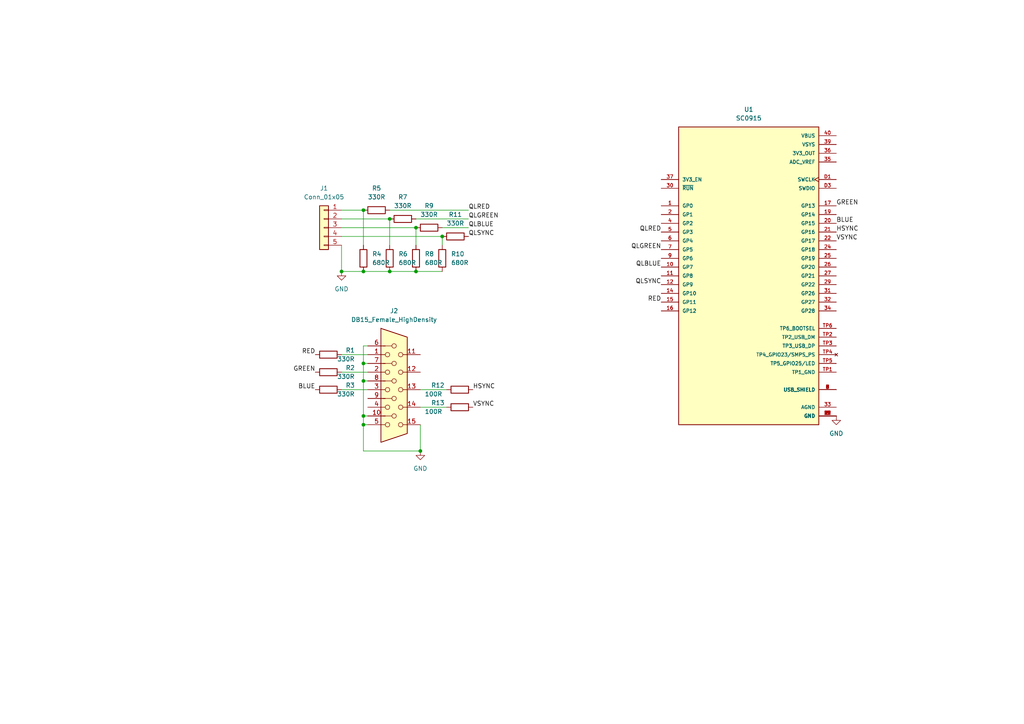
<source format=kicad_sch>
(kicad_sch (version 20211123) (generator eeschema)
  (paper "A4")
  (title_block (date "2023-02-12") (rev "v1.0"))
  (lib_symbols
    (symbol "Connector:DB15_Female_HighDensity" (pin_names (offset 1.016) hide)
      (property "Reference" "J" (at 0 21.59 0))
      (property "Value" "DB15_Female_HighDensity" (at 0 19.05 0))
      (symbol "DB15_Female_HighDensity_0_1"
        (circle (center -1.905 -10.16) (radius 0.635))
        (circle (center -1.905 -5.08) (radius 0.635))
        (circle (center -1.905 0) (radius 0.635))
        (circle (center -1.905 5.08) (radius 0.635))
        (circle (center -1.905 10.16) (radius 0.635))
        (circle (center 0 -7.62) (radius 0.635))
        (circle (center 0 -2.54) (radius 0.635))
        (polyline (pts (xy -3.175 7.62) (xy -0.635 7.62)))
        (polyline (pts (xy -0.635 -7.62) (xy -3.175 -7.62)))
        (polyline (pts (xy -0.635 -2.54) (xy -3.175 -2.54)))
        (polyline (pts (xy -0.635 2.54) (xy -3.175 2.54)))
        (polyline (pts (xy -0.635 12.7) (xy -3.175 12.7)))
        (polyline (pts (xy -3.81 17.78) (xy -3.81 -15.24) (xy 3.81 -12.7) (xy 3.81 15.24) (xy -3.81 17.78)) (stroke (width 0.254)) (fill (type background)))
        (circle (center 0 2.54) (radius 0.635))
        (circle (center 0 7.62) (radius 0.635))
        (circle (center 0 12.7) (radius 0.635))
        (circle (center 1.905 -10.16) (radius 0.635))
        (circle (center 1.905 -5.08) (radius 0.635))
        (circle (center 1.905 0) (radius 0.635))
        (circle (center 1.905 5.08) (radius 0.635))
        (circle (center 1.905 10.16) (radius 0.635))
      )
      (symbol "DB15_Female_HighDensity_1_1"
        (pin passive line (at -7.62 10.16 0) (length 5.08) (name "~") (number "1"))
        (pin passive line (at -7.62 -7.62 0) (length 5.08) (name "~") (number "10"))
        (pin passive line (at 7.62 10.16 180) (length 5.08) (name "~") (number "11"))
        (pin passive line (at 7.62 5.08 180) (length 5.08) (name "~") (number "12"))
        (pin passive line (at 7.62 0 180) (length 5.08) (name "~") (number "13"))
        (pin passive line (at 7.62 -5.08 180) (length 5.08) (name "~") (number "14"))
        (pin passive line (at 7.62 -10.16 180) (length 5.08) (name "~") (number "15"))
        (pin passive line (at -7.62 5.08 0) (length 5.08) (name "~") (number "2"))
        (pin passive line (at -7.62 0 0) (length 5.08) (name "~") (number "3"))
        (pin passive line (at -7.62 -5.08 0) (length 5.08) (name "~") (number "4"))
        (pin passive line (at -7.62 -10.16 0) (length 5.08) (name "~") (number "5"))
        (pin passive line (at -7.62 12.7 0) (length 5.08) (name "~") (number "6"))
        (pin passive line (at -7.62 7.62 0) (length 5.08) (name "~") (number "7"))
        (pin passive line (at -7.62 2.54 0) (length 5.08) (name "~") (number "8"))
        (pin passive line (at -7.62 -2.54 0) (length 5.08) (name "~") (number "9"))
      )
    )
    (symbol "Connector_Generic:Conn_01x05" (pin_names (offset 1.016) hide)
      (property "Reference" "J" (at 0 7.62 0))
      (property "Value" "Conn_01x05" (at 0 -7.62 0))
      (symbol "Conn_01x05_1_1"
        (rectangle (start -1.27 -4.953) (end 0 -5.207) (stroke (width 0.1524)))
        (rectangle (start -1.27 -2.413) (end 0 -2.667) (stroke (width 0.1524)))
        (rectangle (start -1.27 0.127) (end 0 -0.127) (stroke (width 0.1524)))
        (rectangle (start -1.27 2.667) (end 0 2.413) (stroke (width 0.1524)))
        (rectangle (start -1.27 5.207) (end 0 4.953) (stroke (width 0.1524)))
        (rectangle (start -1.27 6.35) (end 1.27 -6.35) (stroke (width 0.254)) (fill (type background)))
        (pin passive line (at -5.08 5.08 0) (length 3.81) (name "Pin_1") (number "1"))
        (pin passive line (at -5.08 2.54 0) (length 3.81) (name "Pin_2") (number "2"))
        (pin passive line (at -5.08 0 0) (length 3.81) (name "Pin_3") (number "3"))
        (pin passive line (at -5.08 -2.54 0) (length 3.81) (name "Pin_4") (number "4"))
        (pin passive line (at -5.08 -5.08 0) (length 3.81) (name "Pin_5") (number "5"))
      )
    )
    (symbol "Device:R" (pin_numbers hide) (pin_names (offset 0))
      (property "Reference" "R" (at 2.032 0 90))
      (property "Value" "R" (at 0 0 90))
      (symbol "R_0_1"
        (rectangle (start -1.016 -2.54) (end 1.016 2.54) (stroke (width 0.254)))
      )
      (symbol "R_1_1"
        (pin passive line (at 0 3.81 270) (length 1.27) (name "~") (number "1"))
        (pin passive line (at 0 -3.81 90) (length 1.27) (name "~") (number "2"))
      )
    )
    (symbol "SC0915:SC0915" (pin_names (offset 1.016))
      (property "Reference" "U" (at -20.32 44.069 0))
      (property "Value" "SC0915" (at -20.32 -45.72 0))
      (symbol "SC0915_0_0"
        (rectangle (start -20.32 -43.18) (end 20.32 43.18) (stroke (width 0.254)) (fill (type background)))
        (pin bidirectional line (at -25.4 20.32 0) (length 5.08) (name "GP0") (number "1"))
        (pin bidirectional line (at -25.4 2.54 0) (length 5.08) (name "GP7") (number "10"))
        (pin bidirectional line (at -25.4 0 0) (length 5.08) (name "GP8") (number "11"))
        (pin bidirectional line (at -25.4 -2.54 0) (length 5.08) (name "GP9") (number "12"))
        (pin power_in line (at 25.4 -40.64 180) (length 5.08) (name "GND") (number "13"))
        (pin bidirectional line (at -25.4 -5.08 0) (length 5.08) (name "GP10") (number "14"))
        (pin bidirectional line (at -25.4 -7.62 0) (length 5.08) (name "GP11") (number "15"))
        (pin bidirectional line (at -25.4 -10.16 0) (length 5.08) (name "GP12") (number "16"))
        (pin bidirectional line (at 25.4 20.32 180) (length 5.08) (name "GP13") (number "17"))
        (pin power_in line (at 25.4 -40.64 180) (length 5.08) (name "GND") (number "18"))
        (pin bidirectional line (at 25.4 17.78 180) (length 5.08) (name "GP14") (number "19"))
        (pin bidirectional line (at -25.4 17.78 0) (length 5.08) (name "GP1") (number "2"))
        (pin bidirectional line (at 25.4 15.24 180) (length 5.08) (name "GP15") (number "20"))
        (pin bidirectional line (at 25.4 12.7 180) (length 5.08) (name "GP16") (number "21"))
        (pin bidirectional line (at 25.4 10.16 180) (length 5.08) (name "GP17") (number "22"))
        (pin power_in line (at 25.4 -40.64 180) (length 5.08) (name "GND") (number "23"))
        (pin bidirectional line (at 25.4 7.62 180) (length 5.08) (name "GP18") (number "24"))
        (pin bidirectional line (at 25.4 5.08 180) (length 5.08) (name "GP19") (number "25"))
        (pin bidirectional line (at 25.4 2.54 180) (length 5.08) (name "GP20") (number "26"))
        (pin bidirectional line (at 25.4 0 180) (length 5.08) (name "GP21") (number "27"))
        (pin power_in line (at 25.4 -40.64 180) (length 5.08) (name "GND") (number "28"))
        (pin bidirectional line (at 25.4 -2.54 180) (length 5.08) (name "GP22") (number "29"))
        (pin power_in line (at 25.4 -40.64 180) (length 5.08) (name "GND") (number "3"))
        (pin input line (at -25.4 25.4 0) (length 5.08) (name "~{RUN}") (number "30"))
        (pin bidirectional line (at 25.4 -5.08 180) (length 5.08) (name "GP26") (number "31"))
        (pin bidirectional line (at 25.4 -7.62 180) (length 5.08) (name "GP27") (number "32"))
        (pin power_in line (at 25.4 -38.1 180) (length 5.08) (name "AGND") (number "33"))
        (pin bidirectional line (at 25.4 -10.16 180) (length 5.08) (name "GP28") (number "34"))
        (pin power_in line (at 25.4 33.02 180) (length 5.08) (name "ADC_VREF") (number "35"))
        (pin power_in line (at 25.4 35.56 180) (length 5.08) (name "3V3_OUT") (number "36"))
        (pin input line (at -25.4 27.94 0) (length 5.08) (name "3V3_EN") (number "37"))
        (pin power_in line (at 25.4 -40.64 180) (length 5.08) (name "GND") (number "38"))
        (pin power_in line (at 25.4 38.1 180) (length 5.08) (name "VSYS") (number "39"))
        (pin bidirectional line (at -25.4 15.24 0) (length 5.08) (name "GP2") (number "4"))
        (pin power_in line (at 25.4 40.64 180) (length 5.08) (name "VBUS") (number "40"))
        (pin bidirectional line (at -25.4 12.7 0) (length 5.08) (name "GP3") (number "5"))
        (pin bidirectional line (at -25.4 10.16 0) (length 5.08) (name "GP4") (number "6"))
        (pin bidirectional line (at -25.4 7.62 0) (length 5.08) (name "GP5") (number "7"))
        (pin power_in line (at 25.4 -40.64 180) (length 5.08) (name "GND") (number "8"))
        (pin bidirectional line (at -25.4 5.08 0) (length 5.08) (name "GP6") (number "9"))
        (pin power_in line (at 25.4 -33.02 180) (length 5.08) (name "USB_SHIELD") (number "A"))
        (pin power_in line (at 25.4 -33.02 180) (length 5.08) (name "USB_SHIELD") (number "B"))
        (pin power_in line (at 25.4 -33.02 180) (length 5.08) (name "USB_SHIELD") (number "C"))
        (pin power_in line (at 25.4 -33.02 180) (length 5.08) (name "USB_SHIELD") (number "D"))
        (pin input clock (at 25.4 27.94 180) (length 5.08) (name "SWCLK") (number "D1"))
        (pin power_in line (at 25.4 -40.64 180) (length 5.08) (name "GND") (number "D2"))
        (pin bidirectional line (at 25.4 25.4 180) (length 5.08) (name "SWDIO") (number "D3"))
        (pin power_in line (at 25.4 -27.94 180) (length 5.08) (name "TP1_GND") (number "TP1"))
        (pin bidirectional line (at 25.4 -17.78 180) (length 5.08) (name "TP2_USB_DM") (number "TP2"))
        (pin bidirectional line (at 25.4 -20.32 180) (length 5.08) (name "TP3_USB_DP") (number "TP3"))
        (pin no_connect line (at 25.4 -22.86 180) (length 5.08) (name "TP4_GPIO23/SMPS_PS") (number "TP4"))
        (pin output line (at 25.4 -25.4 180) (length 5.08) (name "TP5_GPIO25/LED") (number "TP5"))
        (pin input line (at 25.4 -15.24 180) (length 5.08) (name "TP6_BOOTSEL") (number "TP6"))
      )
    )
    (symbol "power:GND" (power) (pin_names (offset 0))
      (property "Value" "GND" (at 0 -3.81 0))
      (symbol "GND_0_1"
        (polyline (pts (xy 0 0) (xy 0 -1.27) (xy 1.27 -1.27) (xy 0 -2.54) (xy -1.27 -1.27) (xy 0 -1.27)))
      )
      (symbol "GND_1_1"
        (pin power_in line (at 0 0 270) (length 0) hide (name "GND") (number "1"))
      )
    )
  )
  (junction (at 105.41 110.49))
  (junction (at 99.06 78.74))
  (junction (at 120.65 66.04))
  (junction (at 121.92 130.81))
  (junction (at 120.65 78.74))
  (junction (at 113.03 78.74))
  (junction (at 105.41 60.96))
  (junction (at 105.41 105.41))
  (junction (at 128.27 68.58))
  (junction (at 113.03 63.5))
  (junction (at 105.41 120.65))
  (junction (at 105.41 123.19))
  (junction (at 105.41 78.74))
  (wire (pts (xy 105.41 60.96) (xy 105.41 71.12)))
  (wire (pts (xy 121.92 130.81) (xy 121.92 123.19)))
  (wire (pts (xy 106.68 120.65) (xy 105.41 120.65)))
  (wire (pts (xy 99.06 78.74) (xy 105.41 78.74)))
  (wire (pts (xy 113.03 63.5) (xy 113.03 71.12)))
  (wire (pts (xy 99.06 68.58) (xy 128.27 68.58)))
  (wire (pts (xy 105.41 105.41) (xy 106.68 105.41)))
  (wire (pts (xy 121.92 118.11) (xy 129.54 118.11)))
  (wire (pts (xy 121.92 113.03) (xy 129.54 113.03)))
  (wire (pts (xy 120.65 66.04) (xy 120.65 71.12)))
  (wire (pts (xy 99.06 63.5) (xy 113.03 63.5)))
  (wire (pts (xy 106.68 100.33) (xy 105.41 100.33)))
  (wire (pts (xy 99.06 60.96) (xy 105.41 60.96)))
  (wire (pts (xy 105.41 120.65) (xy 105.41 110.49)))
  (wire (pts (xy 105.41 100.33) (xy 105.41 105.41)))
  (wire (pts (xy 105.41 78.74) (xy 113.03 78.74)))
  (wire (pts (xy 113.03 60.96) (xy 135.89 60.96)))
  (wire (pts (xy 99.06 66.04) (xy 120.65 66.04)))
  (wire (pts (xy 106.68 110.49) (xy 105.41 110.49)))
  (wire (pts (xy 105.41 130.81) (xy 121.92 130.81)))
  (wire (pts (xy 113.03 78.74) (xy 120.65 78.74)))
  (wire (pts (xy 99.06 107.95) (xy 106.68 107.95)))
  (wire (pts (xy 105.41 123.19) (xy 106.68 123.19)))
  (wire (pts (xy 99.06 102.87) (xy 106.68 102.87)))
  (wire (pts (xy 105.41 120.65) (xy 105.41 123.19)))
  (wire (pts (xy 99.06 71.12) (xy 99.06 78.74)))
  (wire (pts (xy 120.65 63.5) (xy 135.89 63.5)))
  (wire (pts (xy 105.41 123.19) (xy 105.41 130.81)))
  (wire (pts (xy 120.65 78.74) (xy 128.27 78.74)))
  (wire (pts (xy 99.06 113.03) (xy 106.68 113.03)))
  (wire (pts (xy 105.41 110.49) (xy 105.41 105.41)))
  (wire (pts (xy 128.27 68.58) (xy 128.27 71.12)))
  (wire (pts (xy 128.27 66.04) (xy 135.89 66.04)))
  (label "QLRED" (at 191.77 67.31 180))
  (label "QLSYNC" (at 191.77 82.55 180))
  (label "VSYNC" (at 242.57 69.85 0))
  (label "RED" (at 191.77 87.63 180))
  (label "GREEN" (at 91.44 107.95 180))
  (label "QLBLUE" (at 191.77 77.47 180))
  (label "QLRED" (at 135.89 60.96 0))
  (label "QLBLUE" (at 135.89 66.04 0))
  (label "QLGREEN" (at 191.77 72.39 180))
  (label "HSYNC" (at 137.16 113.03 0))
  (label "GREEN" (at 242.57 59.69 0))
  (label "HSYNC" (at 242.57 67.31 0))
  (label "BLUE" (at 91.44 113.03 180))
  (label "RED" (at 91.44 102.87 180))
  (label "VSYNC" (at 137.16 118.11 0))
  (label "BLUE" (at 242.57 64.77 0))
  (label "QLGREEN" (at 135.89 63.5 0))
  (label "QLSYNC" (at 135.89 68.58 0))
  (symbol (lib_id "Device:R") (at 105.41 74.93 180) (unit 1)
    (property "Reference" "R4" (at 107.95 73.6599 0) (effects (justify right)))
    (property "Value" "680R" (at 107.95 76.1999 0) (effects (justify right)))
    (property "Footprint" "THT_SMD:R_Axial_DIN0207_L6.3mm_D2.5mm_P7.62_Horizontal" (effects hide))
  )
  (symbol (lib_id "Connector:DB15_Female_HighDensity") (at 114.3 113.03 0) (unit 1)
    (property "Reference" "J2" (at 114.3 90.17 0))
    (property "Value" "DB15_Female_HighDensity" (at 114.3 92.71 0))
    (property "Footprint" "HD15 L77HDE15SD1CH4FVGA:CONN_L77HDE15SD1CH4FVGA_AMP" (effects hide))
    (property "Datasheet" " ~" (effects hide))
  )
  (symbol (lib_id "Device:R") (at 116.84 63.5 270) (unit 1)
    (property "Reference" "R7" (at 116.84 57.15 90))
    (property "Value" "330R" (at 116.84 59.69 90))
    (property "Footprint" "THT_SMD:R_Axial_DIN0207_L6.3mm_D2.5mm_P7.62_Horizontal" (effects hide))
  )
  (symbol (lib_id "Device:R") (at 132.08 68.58 270) (unit 1)
    (property "Reference" "R11" (at 132.08 62.23 90))
    (property "Value" "330R" (at 132.08 64.77 90))
    (property "Footprint" "THT_SMD:R_Axial_DIN0207_L6.3mm_D2.5mm_P7.62_Horizontal" (effects hide))
  )
  (symbol (lib_id "Device:R") (at 95.25 113.03 90) (unit 1)
    (property "Reference" "R3" (at 101.6 111.76 90))
    (property "Value" "330R" (at 100.33 114.3 90))
    (property "Footprint" "THT_SMD:R_Axial_DIN0207_L6.3mm_D2.5mm_P7.62_Horizontal" (effects hide))
  )
  (symbol (lib_id "Device:R") (at 120.65 74.93 180) (unit 1)
    (property "Reference" "R8" (at 123.19 73.6599 0) (effects (justify right)))
    (property "Value" "680R" (at 123.19 76.1999 0) (effects (justify right)))
    (property "Footprint" "THT_SMD:R_Axial_DIN0207_L6.3mm_D2.5mm_P7.62_Horizontal" (effects hide))
  )
  (symbol (lib_id "Device:R") (at 124.46 66.04 90) (unit 1)
    (property "Reference" "R9" (at 124.46 59.69 90))
    (property "Value" "330R" (at 124.46 62.23 90))
    (property "Footprint" "THT_SMD:R_Axial_DIN0207_L6.3mm_D2.5mm_P7.62_Horizontal" (effects hide))
  )
  (symbol (lib_id "power:GND") (at 121.92 130.81 0) (unit 1)
    (property "Reference" "#PWR02" (effects hide))
    (property "Value" "GND" (at 121.92 135.89 0))
  )
  (symbol (lib_id "Device:R") (at 109.22 60.96 90) (unit 1)
    (property "Reference" "R5" (at 109.22 54.61 90))
    (property "Value" "330R" (at 109.22 57.15 90))
    (property "Footprint" "THT_SMD:R_Axial_DIN0207_L6.3mm_D2.5mm_P7.62_Horizontal" (effects hide))
  )
  (symbol (lib_id "Device:R") (at 95.25 107.95 90) (unit 1)
    (property "Reference" "R2" (at 101.6 106.68 90))
    (property "Value" "330R" (at 100.33 109.22 90))
    (property "Footprint" "THT_SMD:R_Axial_DIN0207_L6.3mm_D2.5mm_P7.62_Horizontal" (effects hide))
  )
  (symbol (lib_id "Device:R") (at 113.03 74.93 0) (unit 1)
    (property "Reference" "R6" (at 115.57 73.6599 0) (effects (justify left)))
    (property "Value" "680R" (at 115.57 76.1999 0) (effects (justify left)))
    (property "Footprint" "THT_SMD:R_Axial_DIN0207_L6.3mm_D2.5mm_P7.62_Horizontal" (effects hide))
  )
  (symbol (lib_id "SC0915:SC0915") (at 217.17 80.01 0) (unit 1)
    (property "Reference" "U1" (at 217.17 31.75 0))
    (property "Value" "SC0915" (at 217.17 34.29 0))
    (property "Footprint" "MCU_RaspberryPi_and_Boards:RPi_Pico_SMD_TH" (effects hide))
    (property "SNAPEDA_PN" "SC0915" (effects hide))
    (property "MANUFACTURER" "Pi Supply" (effects hide))
    (property "PARTREV" "1.9" (effects hide))
    (property "STANDARD" "Manufacturer Recommendations" (effects hide))
  )
  (symbol (lib_id "Connector_Generic:Conn_01x05") (at 93.98 66.04 0) (mirror y) (unit 1)
    (property "Reference" "J1" (at 93.98 54.61 0))
    (property "Value" "Conn_01x05" (at 93.98 57.15 0))
    (property "Footprint" "Connector_PinHeader_2.54mm:PinHeader_1x05_P2.54mm_Horizontal" (effects hide))
  )
  (symbol (lib_id "Device:R") (at 133.35 113.03 90) (unit 1)
    (property "Reference" "R12" (at 127 111.76 90))
    (property "Value" "100R" (at 125.73 114.3 90))
    (property "Footprint" "THT_SMD:R_Axial_DIN0207_L6.3mm_D2.5mm_P7.62_Horizontal" (effects hide))
  )
  (symbol (lib_id "Device:R") (at 133.35 118.11 90) (unit 1)
    (property "Reference" "R13" (at 127 116.84 90))
    (property "Value" "100R" (at 125.73 119.38 90))
    (property "Footprint" "THT_SMD:R_Axial_DIN0207_L6.3mm_D2.5mm_P7.62_Horizontal" (effects hide))
  )
  (symbol (lib_id "Device:R") (at 95.25 102.87 90) (unit 1)
    (property "Reference" "R1" (at 101.6 101.6 90))
    (property "Value" "330R" (at 100.33 104.14 90))
    (property "Footprint" "THT_SMD:R_Axial_DIN0207_L6.3mm_D2.5mm_P7.62_Horizontal" (effects hide))
  )
  (symbol (lib_id "power:GND") (at 242.57 120.65 0) (unit 1)
    (property "Reference" "#PWR03" (effects hide))
    (property "Value" "GND" (at 242.57 125.73 0))
  )
  (symbol (lib_id "Device:R") (at 128.27 74.93 0) (unit 1)
    (property "Reference" "R10" (at 130.81 73.6599 0) (effects (justify left)))
    (property "Value" "680R" (at 130.81 76.1999 0) (effects (justify left)))
    (property "Footprint" "THT_SMD:R_Axial_DIN0207_L6.3mm_D2.5mm_P7.62_Horizontal" (effects hide))
  )
  (symbol (lib_id "power:GND") (at 99.06 78.74 0) (unit 1)
    (property "Reference" "#PWR01" (effects hide))
    (property "Value" "GND" (at 99.06 83.82 0))
  )
)
</source>
